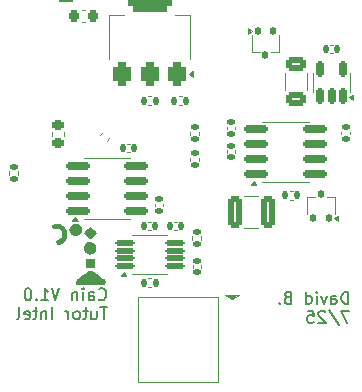
<source format=gbr>
%TF.GenerationSoftware,KiCad,Pcbnew,9.0.2*%
%TF.CreationDate,2025-07-07T17:27:58-04:00*%
%TF.ProjectId,Cain_V1.0,4361696e-5f56-4312-9e30-2e6b69636164,rev?*%
%TF.SameCoordinates,Original*%
%TF.FileFunction,Legend,Bot*%
%TF.FilePolarity,Positive*%
%FSLAX46Y46*%
G04 Gerber Fmt 4.6, Leading zero omitted, Abs format (unit mm)*
G04 Created by KiCad (PCBNEW 9.0.2) date 2025-07-07 17:27:58*
%MOMM*%
%LPD*%
G01*
G04 APERTURE LIST*
G04 Aperture macros list*
%AMRoundRect*
0 Rectangle with rounded corners*
0 $1 Rounding radius*
0 $2 $3 $4 $5 $6 $7 $8 $9 X,Y pos of 4 corners*
0 Add a 4 corners polygon primitive as box body*
4,1,4,$2,$3,$4,$5,$6,$7,$8,$9,$2,$3,0*
0 Add four circle primitives for the rounded corners*
1,1,$1+$1,$2,$3*
1,1,$1+$1,$4,$5*
1,1,$1+$1,$6,$7*
1,1,$1+$1,$8,$9*
0 Add four rect primitives between the rounded corners*
20,1,$1+$1,$2,$3,$4,$5,0*
20,1,$1+$1,$4,$5,$6,$7,0*
20,1,$1+$1,$6,$7,$8,$9,0*
20,1,$1+$1,$8,$9,$2,$3,0*%
G04 Aperture macros list end*
%ADD10C,0.153000*%
%ADD11C,0.120000*%
%ADD12C,0.000000*%
%ADD13C,0.100000*%
%ADD14C,3.200000*%
%ADD15C,1.320800*%
%ADD16R,1.000000X1.000000*%
%ADD17C,1.000000*%
%ADD18R,0.850000X0.850000*%
%ADD19C,0.850000*%
%ADD20RoundRect,0.250000X-0.600000X-0.750000X0.600000X-0.750000X0.600000X0.750000X-0.600000X0.750000X0*%
%ADD21O,1.700000X2.000000*%
%ADD22RoundRect,0.125000X-0.687500X-0.125000X0.687500X-0.125000X0.687500X0.125000X-0.687500X0.125000X0*%
%ADD23RoundRect,0.140000X-0.170000X0.140000X-0.170000X-0.140000X0.170000X-0.140000X0.170000X0.140000X0*%
%ADD24RoundRect,0.135000X-0.135000X-0.185000X0.135000X-0.185000X0.135000X0.185000X-0.135000X0.185000X0*%
%ADD25RoundRect,0.140000X0.170000X-0.140000X0.170000X0.140000X-0.170000X0.140000X-0.170000X-0.140000X0*%
%ADD26RoundRect,0.250000X0.625000X-0.312500X0.625000X0.312500X-0.625000X0.312500X-0.625000X-0.312500X0*%
%ADD27RoundRect,0.140000X0.140000X0.170000X-0.140000X0.170000X-0.140000X-0.170000X0.140000X-0.170000X0*%
%ADD28RoundRect,0.225000X-0.225000X-0.250000X0.225000X-0.250000X0.225000X0.250000X-0.225000X0.250000X0*%
%ADD29RoundRect,0.250000X-0.375000X-1.075000X0.375000X-1.075000X0.375000X1.075000X-0.375000X1.075000X0*%
%ADD30RoundRect,0.135000X0.135000X0.185000X-0.135000X0.185000X-0.135000X-0.185000X0.135000X-0.185000X0*%
%ADD31RoundRect,0.135000X-0.185000X0.135000X-0.185000X-0.135000X0.185000X-0.135000X0.185000X0.135000X0*%
%ADD32RoundRect,0.135000X0.185000X-0.135000X0.185000X0.135000X-0.185000X0.135000X-0.185000X-0.135000X0*%
%ADD33RoundRect,0.135000X0.035355X-0.226274X0.226274X-0.035355X-0.035355X0.226274X-0.226274X0.035355X0*%
%ADD34RoundRect,0.150000X-0.825000X-0.150000X0.825000X-0.150000X0.825000X0.150000X-0.825000X0.150000X0*%
%ADD35RoundRect,0.225000X0.250000X-0.225000X0.250000X0.225000X-0.250000X0.225000X-0.250000X-0.225000X0*%
%ADD36RoundRect,0.140000X-0.140000X-0.170000X0.140000X-0.170000X0.140000X0.170000X-0.140000X0.170000X0*%
%ADD37RoundRect,0.150000X0.150000X-0.512500X0.150000X0.512500X-0.150000X0.512500X-0.150000X-0.512500X0*%
%ADD38R,2.000000X1.000000*%
%ADD39RoundRect,0.112500X0.112500X0.237500X-0.112500X0.237500X-0.112500X-0.237500X0.112500X-0.237500X0*%
%ADD40RoundRect,0.375000X0.375000X-0.625000X0.375000X0.625000X-0.375000X0.625000X-0.375000X-0.625000X0*%
%ADD41RoundRect,0.500000X1.400000X-0.500000X1.400000X0.500000X-1.400000X0.500000X-1.400000X-0.500000X0*%
%ADD42RoundRect,0.112500X-0.112500X-0.237500X0.112500X-0.237500X0.112500X0.237500X-0.112500X0.237500X0*%
G04 APERTURE END LIST*
D10*
X146289819Y-110564480D02*
X146337438Y-110612100D01*
X146337438Y-110612100D02*
X146480295Y-110659719D01*
X146480295Y-110659719D02*
X146575533Y-110659719D01*
X146575533Y-110659719D02*
X146718390Y-110612100D01*
X146718390Y-110612100D02*
X146813628Y-110516861D01*
X146813628Y-110516861D02*
X146861247Y-110421623D01*
X146861247Y-110421623D02*
X146908866Y-110231147D01*
X146908866Y-110231147D02*
X146908866Y-110088290D01*
X146908866Y-110088290D02*
X146861247Y-109897814D01*
X146861247Y-109897814D02*
X146813628Y-109802576D01*
X146813628Y-109802576D02*
X146718390Y-109707338D01*
X146718390Y-109707338D02*
X146575533Y-109659719D01*
X146575533Y-109659719D02*
X146480295Y-109659719D01*
X146480295Y-109659719D02*
X146337438Y-109707338D01*
X146337438Y-109707338D02*
X146289819Y-109754957D01*
X145432676Y-110659719D02*
X145432676Y-110135909D01*
X145432676Y-110135909D02*
X145480295Y-110040671D01*
X145480295Y-110040671D02*
X145575533Y-109993052D01*
X145575533Y-109993052D02*
X145766009Y-109993052D01*
X145766009Y-109993052D02*
X145861247Y-110040671D01*
X145432676Y-110612100D02*
X145527914Y-110659719D01*
X145527914Y-110659719D02*
X145766009Y-110659719D01*
X145766009Y-110659719D02*
X145861247Y-110612100D01*
X145861247Y-110612100D02*
X145908866Y-110516861D01*
X145908866Y-110516861D02*
X145908866Y-110421623D01*
X145908866Y-110421623D02*
X145861247Y-110326385D01*
X145861247Y-110326385D02*
X145766009Y-110278766D01*
X145766009Y-110278766D02*
X145527914Y-110278766D01*
X145527914Y-110278766D02*
X145432676Y-110231147D01*
X144956485Y-110659719D02*
X144956485Y-109993052D01*
X144956485Y-109659719D02*
X145004104Y-109707338D01*
X145004104Y-109707338D02*
X144956485Y-109754957D01*
X144956485Y-109754957D02*
X144908866Y-109707338D01*
X144908866Y-109707338D02*
X144956485Y-109659719D01*
X144956485Y-109659719D02*
X144956485Y-109754957D01*
X144480295Y-109993052D02*
X144480295Y-110659719D01*
X144480295Y-110088290D02*
X144432676Y-110040671D01*
X144432676Y-110040671D02*
X144337438Y-109993052D01*
X144337438Y-109993052D02*
X144194581Y-109993052D01*
X144194581Y-109993052D02*
X144099343Y-110040671D01*
X144099343Y-110040671D02*
X144051724Y-110135909D01*
X144051724Y-110135909D02*
X144051724Y-110659719D01*
X142956485Y-109659719D02*
X142623152Y-110659719D01*
X142623152Y-110659719D02*
X142289819Y-109659719D01*
X141432676Y-110659719D02*
X142004104Y-110659719D01*
X141718390Y-110659719D02*
X141718390Y-109659719D01*
X141718390Y-109659719D02*
X141813628Y-109802576D01*
X141813628Y-109802576D02*
X141908866Y-109897814D01*
X141908866Y-109897814D02*
X142004104Y-109945433D01*
X141004104Y-110564480D02*
X140956485Y-110612100D01*
X140956485Y-110612100D02*
X141004104Y-110659719D01*
X141004104Y-110659719D02*
X141051723Y-110612100D01*
X141051723Y-110612100D02*
X141004104Y-110564480D01*
X141004104Y-110564480D02*
X141004104Y-110659719D01*
X140337438Y-109659719D02*
X140242200Y-109659719D01*
X140242200Y-109659719D02*
X140146962Y-109707338D01*
X140146962Y-109707338D02*
X140099343Y-109754957D01*
X140099343Y-109754957D02*
X140051724Y-109850195D01*
X140051724Y-109850195D02*
X140004105Y-110040671D01*
X140004105Y-110040671D02*
X140004105Y-110278766D01*
X140004105Y-110278766D02*
X140051724Y-110469242D01*
X140051724Y-110469242D02*
X140099343Y-110564480D01*
X140099343Y-110564480D02*
X140146962Y-110612100D01*
X140146962Y-110612100D02*
X140242200Y-110659719D01*
X140242200Y-110659719D02*
X140337438Y-110659719D01*
X140337438Y-110659719D02*
X140432676Y-110612100D01*
X140432676Y-110612100D02*
X140480295Y-110564480D01*
X140480295Y-110564480D02*
X140527914Y-110469242D01*
X140527914Y-110469242D02*
X140575533Y-110278766D01*
X140575533Y-110278766D02*
X140575533Y-110040671D01*
X140575533Y-110040671D02*
X140527914Y-109850195D01*
X140527914Y-109850195D02*
X140480295Y-109754957D01*
X140480295Y-109754957D02*
X140432676Y-109707338D01*
X140432676Y-109707338D02*
X140337438Y-109659719D01*
X147004104Y-111269663D02*
X146432676Y-111269663D01*
X146718390Y-112269663D02*
X146718390Y-111269663D01*
X145670771Y-111602996D02*
X145670771Y-112269663D01*
X146099342Y-111602996D02*
X146099342Y-112126805D01*
X146099342Y-112126805D02*
X146051723Y-112222044D01*
X146051723Y-112222044D02*
X145956485Y-112269663D01*
X145956485Y-112269663D02*
X145813628Y-112269663D01*
X145813628Y-112269663D02*
X145718390Y-112222044D01*
X145718390Y-112222044D02*
X145670771Y-112174424D01*
X145337437Y-111602996D02*
X144956485Y-111602996D01*
X145194580Y-111269663D02*
X145194580Y-112126805D01*
X145194580Y-112126805D02*
X145146961Y-112222044D01*
X145146961Y-112222044D02*
X145051723Y-112269663D01*
X145051723Y-112269663D02*
X144956485Y-112269663D01*
X144480294Y-112269663D02*
X144575532Y-112222044D01*
X144575532Y-112222044D02*
X144623151Y-112174424D01*
X144623151Y-112174424D02*
X144670770Y-112079186D01*
X144670770Y-112079186D02*
X144670770Y-111793472D01*
X144670770Y-111793472D02*
X144623151Y-111698234D01*
X144623151Y-111698234D02*
X144575532Y-111650615D01*
X144575532Y-111650615D02*
X144480294Y-111602996D01*
X144480294Y-111602996D02*
X144337437Y-111602996D01*
X144337437Y-111602996D02*
X144242199Y-111650615D01*
X144242199Y-111650615D02*
X144194580Y-111698234D01*
X144194580Y-111698234D02*
X144146961Y-111793472D01*
X144146961Y-111793472D02*
X144146961Y-112079186D01*
X144146961Y-112079186D02*
X144194580Y-112174424D01*
X144194580Y-112174424D02*
X144242199Y-112222044D01*
X144242199Y-112222044D02*
X144337437Y-112269663D01*
X144337437Y-112269663D02*
X144480294Y-112269663D01*
X143718389Y-112269663D02*
X143718389Y-111602996D01*
X143718389Y-111793472D02*
X143670770Y-111698234D01*
X143670770Y-111698234D02*
X143623151Y-111650615D01*
X143623151Y-111650615D02*
X143527913Y-111602996D01*
X143527913Y-111602996D02*
X143432675Y-111602996D01*
X142337436Y-112269663D02*
X142337436Y-111269663D01*
X141861246Y-111602996D02*
X141861246Y-112269663D01*
X141861246Y-111698234D02*
X141813627Y-111650615D01*
X141813627Y-111650615D02*
X141718389Y-111602996D01*
X141718389Y-111602996D02*
X141575532Y-111602996D01*
X141575532Y-111602996D02*
X141480294Y-111650615D01*
X141480294Y-111650615D02*
X141432675Y-111745853D01*
X141432675Y-111745853D02*
X141432675Y-112269663D01*
X141099341Y-111602996D02*
X140718389Y-111602996D01*
X140956484Y-111269663D02*
X140956484Y-112126805D01*
X140956484Y-112126805D02*
X140908865Y-112222044D01*
X140908865Y-112222044D02*
X140813627Y-112269663D01*
X140813627Y-112269663D02*
X140718389Y-112269663D01*
X140004103Y-112222044D02*
X140099341Y-112269663D01*
X140099341Y-112269663D02*
X140289817Y-112269663D01*
X140289817Y-112269663D02*
X140385055Y-112222044D01*
X140385055Y-112222044D02*
X140432674Y-112126805D01*
X140432674Y-112126805D02*
X140432674Y-111745853D01*
X140432674Y-111745853D02*
X140385055Y-111650615D01*
X140385055Y-111650615D02*
X140289817Y-111602996D01*
X140289817Y-111602996D02*
X140099341Y-111602996D01*
X140099341Y-111602996D02*
X140004103Y-111650615D01*
X140004103Y-111650615D02*
X139956484Y-111745853D01*
X139956484Y-111745853D02*
X139956484Y-111841091D01*
X139956484Y-111841091D02*
X140432674Y-111936329D01*
X139385055Y-112269663D02*
X139480293Y-112222044D01*
X139480293Y-112222044D02*
X139527912Y-112126805D01*
X139527912Y-112126805D02*
X139527912Y-111269663D01*
X167411247Y-110959719D02*
X167411247Y-109959719D01*
X167411247Y-109959719D02*
X167173152Y-109959719D01*
X167173152Y-109959719D02*
X167030295Y-110007338D01*
X167030295Y-110007338D02*
X166935057Y-110102576D01*
X166935057Y-110102576D02*
X166887438Y-110197814D01*
X166887438Y-110197814D02*
X166839819Y-110388290D01*
X166839819Y-110388290D02*
X166839819Y-110531147D01*
X166839819Y-110531147D02*
X166887438Y-110721623D01*
X166887438Y-110721623D02*
X166935057Y-110816861D01*
X166935057Y-110816861D02*
X167030295Y-110912100D01*
X167030295Y-110912100D02*
X167173152Y-110959719D01*
X167173152Y-110959719D02*
X167411247Y-110959719D01*
X165982676Y-110959719D02*
X165982676Y-110435909D01*
X165982676Y-110435909D02*
X166030295Y-110340671D01*
X166030295Y-110340671D02*
X166125533Y-110293052D01*
X166125533Y-110293052D02*
X166316009Y-110293052D01*
X166316009Y-110293052D02*
X166411247Y-110340671D01*
X165982676Y-110912100D02*
X166077914Y-110959719D01*
X166077914Y-110959719D02*
X166316009Y-110959719D01*
X166316009Y-110959719D02*
X166411247Y-110912100D01*
X166411247Y-110912100D02*
X166458866Y-110816861D01*
X166458866Y-110816861D02*
X166458866Y-110721623D01*
X166458866Y-110721623D02*
X166411247Y-110626385D01*
X166411247Y-110626385D02*
X166316009Y-110578766D01*
X166316009Y-110578766D02*
X166077914Y-110578766D01*
X166077914Y-110578766D02*
X165982676Y-110531147D01*
X165601723Y-110293052D02*
X165363628Y-110959719D01*
X165363628Y-110959719D02*
X165125533Y-110293052D01*
X164744580Y-110959719D02*
X164744580Y-110293052D01*
X164744580Y-109959719D02*
X164792199Y-110007338D01*
X164792199Y-110007338D02*
X164744580Y-110054957D01*
X164744580Y-110054957D02*
X164696961Y-110007338D01*
X164696961Y-110007338D02*
X164744580Y-109959719D01*
X164744580Y-109959719D02*
X164744580Y-110054957D01*
X163839819Y-110959719D02*
X163839819Y-109959719D01*
X163839819Y-110912100D02*
X163935057Y-110959719D01*
X163935057Y-110959719D02*
X164125533Y-110959719D01*
X164125533Y-110959719D02*
X164220771Y-110912100D01*
X164220771Y-110912100D02*
X164268390Y-110864480D01*
X164268390Y-110864480D02*
X164316009Y-110769242D01*
X164316009Y-110769242D02*
X164316009Y-110483528D01*
X164316009Y-110483528D02*
X164268390Y-110388290D01*
X164268390Y-110388290D02*
X164220771Y-110340671D01*
X164220771Y-110340671D02*
X164125533Y-110293052D01*
X164125533Y-110293052D02*
X163935057Y-110293052D01*
X163935057Y-110293052D02*
X163839819Y-110340671D01*
X162268390Y-110435909D02*
X162125533Y-110483528D01*
X162125533Y-110483528D02*
X162077914Y-110531147D01*
X162077914Y-110531147D02*
X162030295Y-110626385D01*
X162030295Y-110626385D02*
X162030295Y-110769242D01*
X162030295Y-110769242D02*
X162077914Y-110864480D01*
X162077914Y-110864480D02*
X162125533Y-110912100D01*
X162125533Y-110912100D02*
X162220771Y-110959719D01*
X162220771Y-110959719D02*
X162601723Y-110959719D01*
X162601723Y-110959719D02*
X162601723Y-109959719D01*
X162601723Y-109959719D02*
X162268390Y-109959719D01*
X162268390Y-109959719D02*
X162173152Y-110007338D01*
X162173152Y-110007338D02*
X162125533Y-110054957D01*
X162125533Y-110054957D02*
X162077914Y-110150195D01*
X162077914Y-110150195D02*
X162077914Y-110245433D01*
X162077914Y-110245433D02*
X162125533Y-110340671D01*
X162125533Y-110340671D02*
X162173152Y-110388290D01*
X162173152Y-110388290D02*
X162268390Y-110435909D01*
X162268390Y-110435909D02*
X162601723Y-110435909D01*
X161601723Y-110864480D02*
X161554104Y-110912100D01*
X161554104Y-110912100D02*
X161601723Y-110959719D01*
X161601723Y-110959719D02*
X161649342Y-110912100D01*
X161649342Y-110912100D02*
X161601723Y-110864480D01*
X161601723Y-110864480D02*
X161601723Y-110959719D01*
X167506485Y-111569663D02*
X166839819Y-111569663D01*
X166839819Y-111569663D02*
X167268390Y-112569663D01*
X165744581Y-111522044D02*
X166601723Y-112807758D01*
X165458866Y-111664901D02*
X165411247Y-111617282D01*
X165411247Y-111617282D02*
X165316009Y-111569663D01*
X165316009Y-111569663D02*
X165077914Y-111569663D01*
X165077914Y-111569663D02*
X164982676Y-111617282D01*
X164982676Y-111617282D02*
X164935057Y-111664901D01*
X164935057Y-111664901D02*
X164887438Y-111760139D01*
X164887438Y-111760139D02*
X164887438Y-111855377D01*
X164887438Y-111855377D02*
X164935057Y-111998234D01*
X164935057Y-111998234D02*
X165506485Y-112569663D01*
X165506485Y-112569663D02*
X164887438Y-112569663D01*
X163982676Y-111569663D02*
X164458866Y-111569663D01*
X164458866Y-111569663D02*
X164506485Y-112045853D01*
X164506485Y-112045853D02*
X164458866Y-111998234D01*
X164458866Y-111998234D02*
X164363628Y-111950615D01*
X164363628Y-111950615D02*
X164125533Y-111950615D01*
X164125533Y-111950615D02*
X164030295Y-111998234D01*
X164030295Y-111998234D02*
X163982676Y-112045853D01*
X163982676Y-112045853D02*
X163935057Y-112141091D01*
X163935057Y-112141091D02*
X163935057Y-112379186D01*
X163935057Y-112379186D02*
X163982676Y-112474424D01*
X163982676Y-112474424D02*
X164030295Y-112522044D01*
X164030295Y-112522044D02*
X164125533Y-112569663D01*
X164125533Y-112569663D02*
X164363628Y-112569663D01*
X164363628Y-112569663D02*
X164458866Y-112522044D01*
X164458866Y-112522044D02*
X164506485Y-112474424D01*
D11*
%TO.C,U4*%
X150600000Y-105190000D02*
X149100000Y-105190000D01*
X150600000Y-105190000D02*
X152100000Y-105190000D01*
X150600000Y-108410000D02*
X149100000Y-108410000D01*
X150600000Y-108410000D02*
X152100000Y-108410000D01*
X148627500Y-108615000D02*
X148147500Y-108615000D01*
X148387500Y-108285000D01*
X148627500Y-108615000D01*
G36*
X148627500Y-108615000D02*
G01*
X148147500Y-108615000D01*
X148387500Y-108285000D01*
X148627500Y-108615000D01*
G37*
%TO.C,C18*%
X154240000Y-107692164D02*
X154240000Y-107907836D01*
X154960000Y-107692164D02*
X154960000Y-107907836D01*
%TO.C,R5*%
X150446359Y-93420000D02*
X150753641Y-93420000D01*
X150446359Y-94180000D02*
X150753641Y-94180000D01*
%TO.C,C15*%
X166840000Y-96607836D02*
X166840000Y-96392164D01*
X167560000Y-96607836D02*
X167560000Y-96392164D01*
%TO.C,C13*%
X157140000Y-96207836D02*
X157140000Y-95992164D01*
X157860000Y-96207836D02*
X157860000Y-95992164D01*
%TO.C,R15*%
X162090000Y-92864564D02*
X162090000Y-91410436D01*
X163910000Y-92864564D02*
X163910000Y-91410436D01*
%TO.C,C20*%
X152907836Y-104040000D02*
X152692164Y-104040000D01*
X152907836Y-104760000D02*
X152692164Y-104760000D01*
%TO.C,C16*%
X144859420Y-86090000D02*
X145140580Y-86090000D01*
X144859420Y-87110000D02*
X145140580Y-87110000D01*
%TO.C,F1*%
X158597936Y-101840000D02*
X159802064Y-101840000D01*
X158597936Y-104560000D02*
X159802064Y-104560000D01*
%TO.C,R4*%
X153353641Y-93420000D02*
X153046359Y-93420000D01*
X153353641Y-94180000D02*
X153046359Y-94180000D01*
%TO.C,R17*%
X138720000Y-99746359D02*
X138720000Y-100053641D01*
X139480000Y-99746359D02*
X139480000Y-100053641D01*
%TO.C,R8*%
X154220000Y-105553641D02*
X154220000Y-105246359D01*
X154980000Y-105553641D02*
X154980000Y-105246359D01*
%TO.C,R1*%
X146422659Y-96639940D02*
X146639940Y-96422659D01*
X146960060Y-97177341D02*
X147177341Y-96960060D01*
%TO.C,U5*%
X147000000Y-98640000D02*
X145050000Y-98640000D01*
X147000000Y-98640000D02*
X148950000Y-98640000D01*
X147000000Y-103760000D02*
X145050000Y-103760000D01*
X147000000Y-103760000D02*
X148950000Y-103760000D01*
X144540000Y-103995000D02*
X144060000Y-103995000D01*
X144300000Y-103665000D01*
X144540000Y-103995000D01*
G36*
X144540000Y-103995000D02*
G01*
X144060000Y-103995000D01*
X144300000Y-103665000D01*
X144540000Y-103995000D01*
G37*
D12*
%TO.C,G\u002A\u002A\u002A*%
G36*
X144403938Y-104181505D02*
G01*
X144590769Y-104228565D01*
X144740130Y-104331265D01*
X144843293Y-104481656D01*
X144891532Y-104671789D01*
X144893471Y-104703523D01*
X144868677Y-104895107D01*
X144784882Y-105057024D01*
X144649795Y-105178682D01*
X144471122Y-105249491D01*
X144361306Y-105262542D01*
X144177362Y-105236688D01*
X144019677Y-105155394D01*
X143898876Y-105027953D01*
X143825585Y-104863654D01*
X143810430Y-104671789D01*
X143817091Y-104619620D01*
X143880265Y-104438932D01*
X143996123Y-104300028D01*
X144155937Y-104210855D01*
X144350981Y-104179364D01*
X144403938Y-104181505D01*
G37*
G36*
X145670233Y-105726256D02*
G01*
X145827673Y-105795027D01*
X145874950Y-105828875D01*
X146003209Y-105952788D01*
X146073016Y-106092876D01*
X146094118Y-106266386D01*
X146092583Y-106318891D01*
X146058939Y-106481395D01*
X145973885Y-106615264D01*
X145827673Y-106737744D01*
X145722136Y-106791443D01*
X145557977Y-106818188D01*
X145394758Y-106789334D01*
X145245371Y-106712304D01*
X145122705Y-106594521D01*
X145039653Y-106443407D01*
X145009104Y-106266386D01*
X145023534Y-106143607D01*
X145091170Y-105983386D01*
X145202549Y-105854117D01*
X145344780Y-105763224D01*
X145504971Y-105718130D01*
X145670233Y-105726256D01*
G37*
G36*
X145856929Y-107146872D02*
G01*
X145938547Y-107159260D01*
X145975048Y-107181112D01*
X145990290Y-107233904D01*
X146000953Y-107339844D01*
X146005036Y-107475589D01*
X146002886Y-107620983D01*
X145994849Y-107755866D01*
X145981270Y-107860082D01*
X145962494Y-107913473D01*
X145909778Y-107935291D01*
X145804485Y-107950631D01*
X145668691Y-107957655D01*
X145522648Y-107956554D01*
X145386612Y-107947524D01*
X145280836Y-107930756D01*
X145225573Y-107906444D01*
X145224782Y-107905454D01*
X145203812Y-107836930D01*
X145193620Y-107702431D01*
X145194537Y-107506234D01*
X145204763Y-107155742D01*
X145575383Y-107145538D01*
X145720893Y-107143121D01*
X145856929Y-107146872D01*
G37*
G36*
X145634991Y-104483665D02*
G01*
X145718677Y-104540411D01*
X145820535Y-104627496D01*
X145925676Y-104730146D01*
X146019210Y-104833585D01*
X146086250Y-104923037D01*
X146111905Y-104983729D01*
X146108683Y-104999306D01*
X146068701Y-105069889D01*
X145992158Y-105167987D01*
X145890594Y-105278244D01*
X145854399Y-105313905D01*
X145746016Y-105410642D01*
X145655655Y-105476939D01*
X145598064Y-105501540D01*
X145557167Y-105487762D01*
X145473481Y-105431016D01*
X145371624Y-105343931D01*
X145266483Y-105241281D01*
X145172948Y-105137843D01*
X145105908Y-105048390D01*
X145080253Y-104987698D01*
X145094030Y-104946801D01*
X145150777Y-104863116D01*
X145237862Y-104761258D01*
X145340511Y-104656117D01*
X145443950Y-104562582D01*
X145533403Y-104495543D01*
X145594094Y-104469887D01*
X145634991Y-104483665D01*
G37*
G36*
X145618531Y-108170385D02*
G01*
X145717595Y-108201891D01*
X145865009Y-108280156D01*
X146062571Y-108406112D01*
X146182726Y-108487069D01*
X146399573Y-108634569D01*
X146566396Y-108750831D01*
X146689771Y-108840974D01*
X146776274Y-108910120D01*
X146832485Y-108963388D01*
X146864978Y-109005900D01*
X146880332Y-109042776D01*
X146890167Y-109166148D01*
X146844877Y-109283535D01*
X146742108Y-109363203D01*
X146727613Y-109368946D01*
X146673782Y-109382641D01*
X146594404Y-109393061D01*
X146481883Y-109400474D01*
X146328622Y-109405149D01*
X146127023Y-109407354D01*
X145869490Y-109407359D01*
X145548424Y-109405432D01*
X144469117Y-109396918D01*
X144401155Y-109312935D01*
X144377796Y-109279452D01*
X144336399Y-109155692D01*
X144348476Y-109030096D01*
X144413236Y-108927922D01*
X144447519Y-108900271D01*
X144538038Y-108833230D01*
X144667527Y-108740720D01*
X144824285Y-108631073D01*
X144996611Y-108512617D01*
X145090931Y-108448881D01*
X145286008Y-108322085D01*
X145433139Y-108235325D01*
X145537783Y-108185524D01*
X145605399Y-108169607D01*
X145618531Y-108170385D01*
G37*
G36*
X143040341Y-104249734D02*
G01*
X143246943Y-104356701D01*
X143422564Y-104511146D01*
X143553154Y-104706476D01*
X143578324Y-104766056D01*
X143626612Y-104974548D01*
X143630692Y-105199034D01*
X143588973Y-105408361D01*
X143513357Y-105561904D01*
X143370442Y-105733220D01*
X143187510Y-105873251D01*
X142981604Y-105966341D01*
X142929445Y-105981134D01*
X142844447Y-105990821D01*
X142791693Y-105958791D01*
X142748325Y-105876212D01*
X142707764Y-105762613D01*
X142696197Y-105657070D01*
X142733048Y-105591528D01*
X142820242Y-105557445D01*
X142917227Y-105528394D01*
X143060748Y-105434427D01*
X143160676Y-105298608D01*
X143207836Y-105135633D01*
X143193056Y-104960198D01*
X143155130Y-104868712D01*
X143053190Y-104744797D01*
X142916991Y-104659727D01*
X142764591Y-104623321D01*
X142614051Y-104645398D01*
X142507140Y-104679224D01*
X142427487Y-104676062D01*
X142377390Y-104619743D01*
X142340076Y-104501454D01*
X142331360Y-104464289D01*
X142315599Y-104363152D01*
X142333742Y-104301242D01*
X142397582Y-104260082D01*
X142518908Y-104221194D01*
X142590406Y-104204609D01*
X142816812Y-104196839D01*
X143040341Y-104249734D01*
G37*
D11*
%TO.C,C1*%
X142290000Y-96740580D02*
X142290000Y-96459420D01*
X143310000Y-96740580D02*
X143310000Y-96459420D01*
%TO.C,C12*%
X148692164Y-97440000D02*
X148907836Y-97440000D01*
X148692164Y-98160000D02*
X148907836Y-98160000D01*
%TO.C,C14*%
X157140000Y-97992164D02*
X157140000Y-98207836D01*
X157860000Y-97992164D02*
X157860000Y-98207836D01*
%TO.C,U6*%
X164440000Y-92200000D02*
X164440000Y-91400000D01*
X164440000Y-92200000D02*
X164440000Y-93000000D01*
X167560000Y-92200000D02*
X167560000Y-91400000D01*
X167560000Y-92200000D02*
X167560000Y-93000000D01*
X167840000Y-93740000D02*
X167510000Y-93500000D01*
X167840000Y-93260000D01*
X167840000Y-93740000D01*
G36*
X167840000Y-93740000D02*
G01*
X167510000Y-93500000D01*
X167840000Y-93260000D01*
X167840000Y-93740000D01*
G37*
%TO.C,U3*%
D13*
X156400000Y-110400000D02*
X149600000Y-110400000D01*
X149600000Y-117600000D01*
X156400000Y-117600000D01*
X156400000Y-110400000D01*
X157600000Y-110600000D02*
X157000000Y-110200000D01*
X158200000Y-110200000D01*
X157600000Y-110600000D01*
G36*
X157600000Y-110600000D02*
G01*
X157000000Y-110200000D01*
X158200000Y-110200000D01*
X157600000Y-110600000D01*
G37*
D11*
%TO.C,R6*%
X154020000Y-96396359D02*
X154020000Y-96703641D01*
X154780000Y-96396359D02*
X154780000Y-96703641D01*
%TO.C,D5*%
X163940000Y-103380000D02*
X163940000Y-101970000D01*
X164600000Y-101970000D02*
X163940000Y-101970000D01*
X166260000Y-101970000D02*
X165600000Y-101970000D01*
X166260000Y-103380000D02*
X166260000Y-101970000D01*
X166570000Y-103990000D02*
X166240000Y-103750000D01*
X166570000Y-103510000D01*
X166570000Y-103990000D01*
G36*
X166570000Y-103990000D02*
G01*
X166240000Y-103750000D01*
X166570000Y-103510000D01*
X166570000Y-103990000D01*
G37*
%TO.C,R7*%
X150446359Y-108820000D02*
X150753641Y-108820000D01*
X150446359Y-109580000D02*
X150753641Y-109580000D01*
%TO.C,U2*%
X162100000Y-95540000D02*
X160150000Y-95540000D01*
X162100000Y-95540000D02*
X164050000Y-95540000D01*
X162100000Y-100660000D02*
X160150000Y-100660000D01*
X162100000Y-100660000D02*
X164050000Y-100660000D01*
X159640000Y-100895000D02*
X159160000Y-100895000D01*
X159400000Y-100565000D01*
X159640000Y-100895000D01*
G36*
X159640000Y-100895000D02*
G01*
X159160000Y-100895000D01*
X159400000Y-100565000D01*
X159640000Y-100895000D01*
G37*
%TO.C,R3*%
X162753641Y-101420000D02*
X162446359Y-101420000D01*
X162753641Y-102180000D02*
X162446359Y-102180000D01*
%TO.C,C19*%
X150707836Y-104040000D02*
X150492164Y-104040000D01*
X150707836Y-104760000D02*
X150492164Y-104760000D01*
%TO.C,C22*%
X166107836Y-89040000D02*
X165892164Y-89040000D01*
X166107836Y-89760000D02*
X165892164Y-89760000D01*
%TO.C,Q1*%
X147190000Y-86490000D02*
X148450000Y-86490000D01*
X147190000Y-90250000D02*
X147190000Y-86490000D01*
X154010000Y-86490000D02*
X152750000Y-86490000D01*
X154010000Y-90250000D02*
X154010000Y-86490000D01*
X154240000Y-91770000D02*
X153910000Y-91530000D01*
X154240000Y-91290000D01*
X154240000Y-91770000D01*
G36*
X154240000Y-91770000D02*
G01*
X153910000Y-91530000D01*
X154240000Y-91290000D01*
X154240000Y-91770000D01*
G37*
%TO.C,C21*%
X151040000Y-102707836D02*
X151040000Y-102492164D01*
X151760000Y-102707836D02*
X151760000Y-102492164D01*
%TO.C,R14*%
X154020000Y-98903641D02*
X154020000Y-98596359D01*
X154780000Y-98903641D02*
X154780000Y-98596359D01*
%TO.C,D1*%
X159240000Y-88220000D02*
X159240000Y-89630000D01*
X159240000Y-89630000D02*
X159900000Y-89630000D01*
X160900000Y-89630000D02*
X161560000Y-89630000D01*
X161560000Y-88220000D02*
X161560000Y-89630000D01*
X159260000Y-87850000D02*
X158930000Y-88090000D01*
X158930000Y-87610000D01*
X159260000Y-87850000D01*
G36*
X159260000Y-87850000D02*
G01*
X158930000Y-88090000D01*
X158930000Y-87610000D01*
X159260000Y-87850000D01*
G37*
%TD*%
%LPC*%
D14*
%TO.C,H1*%
X144000000Y-114000000D03*
%TD*%
%TO.C,H2*%
X162000000Y-114000000D03*
%TD*%
D15*
%TO.C,J3*%
X159422500Y-105950000D03*
X159422500Y-107950001D03*
X161422499Y-105950000D03*
X161422499Y-107950001D03*
X163422500Y-105950000D03*
X163422500Y-107950001D03*
X165422498Y-105950000D03*
X165422498Y-107950001D03*
%TD*%
D16*
%TO.C,J1*%
X144700000Y-90330000D03*
D17*
X144700000Y-91600000D03*
X143430000Y-90330000D03*
X143430000Y-91600000D03*
X142160000Y-90330000D03*
X142160000Y-91600000D03*
X140890000Y-90330000D03*
X140890000Y-91600000D03*
X139620000Y-90330000D03*
X139620000Y-91600000D03*
%TD*%
D15*
%TO.C,J4*%
X165400000Y-86000000D03*
X165400000Y-83999999D03*
X163400001Y-86000000D03*
X163400001Y-83999999D03*
X161400000Y-86000000D03*
X161400000Y-83999999D03*
X159400002Y-86000000D03*
X159400002Y-83999999D03*
%TD*%
D18*
%TO.C,J5*%
X139400000Y-109600000D03*
D19*
X139400000Y-108600000D03*
X139400000Y-107600000D03*
X139400000Y-106600000D03*
%TD*%
D18*
%TO.C,J6*%
X139200000Y-83400000D03*
D19*
X139200000Y-84400000D03*
X139200000Y-85400000D03*
X139200000Y-86400000D03*
%TD*%
D20*
%TO.C,J2*%
X143500000Y-84385000D03*
D21*
X146000000Y-84385000D03*
%TD*%
D22*
%TO.C,U4*%
X148487500Y-107775000D03*
X148487500Y-107125000D03*
X148487500Y-106475000D03*
X148487500Y-105825000D03*
X152712500Y-105825000D03*
X152712500Y-106475000D03*
X152712500Y-107125000D03*
X152712500Y-107775000D03*
%TD*%
D23*
%TO.C,C18*%
X154600000Y-107320000D03*
X154600000Y-108280000D03*
%TD*%
D24*
%TO.C,R5*%
X150090000Y-93800000D03*
X151110000Y-93800000D03*
%TD*%
D25*
%TO.C,C15*%
X167200000Y-96980000D03*
X167200000Y-96020000D03*
%TD*%
%TO.C,C13*%
X157500000Y-96580000D03*
X157500000Y-95620000D03*
%TD*%
D26*
%TO.C,R15*%
X163000000Y-93600000D03*
X163000000Y-90675000D03*
%TD*%
D27*
%TO.C,C20*%
X153280000Y-104400000D03*
X152320000Y-104400000D03*
%TD*%
D28*
%TO.C,C16*%
X144225000Y-86600000D03*
X145775000Y-86600000D03*
%TD*%
D29*
%TO.C,F1*%
X157800000Y-103200000D03*
X160600000Y-103200000D03*
%TD*%
D30*
%TO.C,R4*%
X153710000Y-93800000D03*
X152690000Y-93800000D03*
%TD*%
D31*
%TO.C,R17*%
X139100000Y-99390000D03*
X139100000Y-100410000D03*
%TD*%
D32*
%TO.C,R8*%
X154600000Y-105910000D03*
X154600000Y-104890000D03*
%TD*%
D33*
%TO.C,R1*%
X146439376Y-97160624D03*
X147160624Y-96439376D03*
%TD*%
D34*
%TO.C,U5*%
X144525000Y-103105000D03*
X144525000Y-101835000D03*
X144525000Y-100565000D03*
X144525000Y-99295000D03*
X149475000Y-99295000D03*
X149475000Y-100565000D03*
X149475000Y-101835000D03*
X149475000Y-103105000D03*
%TD*%
D35*
%TO.C,C1*%
X142800000Y-97375000D03*
X142800000Y-95825000D03*
%TD*%
D36*
%TO.C,C12*%
X148320000Y-97800000D03*
X149280000Y-97800000D03*
%TD*%
D23*
%TO.C,C14*%
X157500000Y-97620000D03*
X157500000Y-98580000D03*
%TD*%
D37*
%TO.C,U6*%
X166950000Y-93337500D03*
X166000000Y-93337500D03*
X165050000Y-93337500D03*
X165050000Y-91062500D03*
X166950000Y-91062500D03*
%TD*%
D38*
%TO.C,U3*%
X157590000Y-111460000D03*
X157590000Y-114000000D03*
X157590000Y-116540000D03*
X148410000Y-116540000D03*
X148410000Y-114000000D03*
X148410000Y-111460000D03*
%TD*%
D31*
%TO.C,R6*%
X154400000Y-96040000D03*
X154400000Y-97060000D03*
%TD*%
D39*
%TO.C,D5*%
X165750000Y-103700000D03*
X164450000Y-103700000D03*
X165100000Y-101700000D03*
%TD*%
D24*
%TO.C,R7*%
X150090000Y-109200000D03*
X151110000Y-109200000D03*
%TD*%
D34*
%TO.C,U2*%
X159625000Y-100005000D03*
X159625000Y-98735000D03*
X159625000Y-97465000D03*
X159625000Y-96195000D03*
X164575000Y-96195000D03*
X164575000Y-97465000D03*
X164575000Y-98735000D03*
X164575000Y-100005000D03*
%TD*%
D30*
%TO.C,R3*%
X163110000Y-101800000D03*
X162090000Y-101800000D03*
%TD*%
D27*
%TO.C,C19*%
X151080000Y-104400000D03*
X150120000Y-104400000D03*
%TD*%
%TO.C,C22*%
X166480000Y-89400000D03*
X165520000Y-89400000D03*
%TD*%
D40*
%TO.C,Q1*%
X152900000Y-91550000D03*
X150600000Y-91550000D03*
D41*
X150600000Y-85250000D03*
D40*
X148300000Y-91550000D03*
%TD*%
D25*
%TO.C,C21*%
X151400000Y-103080000D03*
X151400000Y-102120000D03*
%TD*%
D32*
%TO.C,R14*%
X154400000Y-99260000D03*
X154400000Y-98240000D03*
%TD*%
D42*
%TO.C,D1*%
X159750000Y-87900000D03*
X161050000Y-87900000D03*
X160400000Y-89900000D03*
%TD*%
%LPD*%
M02*

</source>
